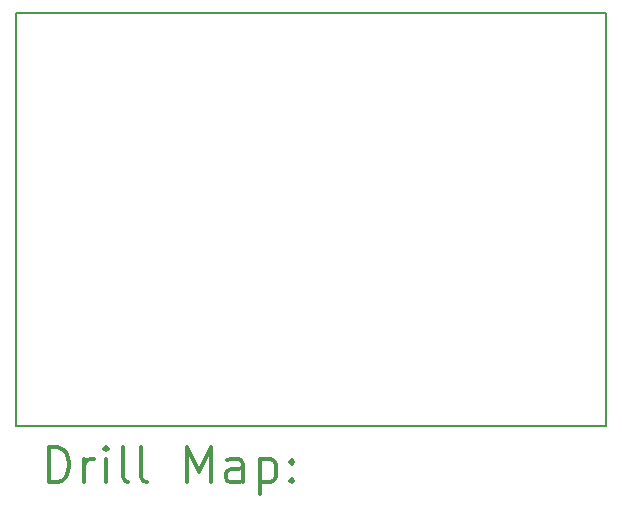
<source format=gbr>
%FSLAX45Y45*%
G04 Gerber Fmt 4.5, Leading zero omitted, Abs format (unit mm)*
G04 Created by KiCad (PCBNEW 5.0.0) date Sun Oct 21 13:37:43 2018*
%MOMM*%
%LPD*%
G01*
G04 APERTURE LIST*
%ADD10C,0.150000*%
%ADD11C,0.200000*%
%ADD12C,0.300000*%
G04 APERTURE END LIST*
D10*
X18313007Y-12266029D02*
X13313007Y-12266029D01*
X18313007Y-8766029D02*
X18313007Y-12266029D01*
X13313007Y-8766029D02*
X18313007Y-8766029D01*
X13313007Y-12266029D02*
X13313007Y-8766029D01*
D11*
D12*
X13591936Y-12739244D02*
X13591936Y-12439244D01*
X13663364Y-12439244D01*
X13706221Y-12453529D01*
X13734793Y-12482101D01*
X13749078Y-12510672D01*
X13763364Y-12567815D01*
X13763364Y-12610672D01*
X13749078Y-12667815D01*
X13734793Y-12696386D01*
X13706221Y-12724958D01*
X13663364Y-12739244D01*
X13591936Y-12739244D01*
X13891936Y-12739244D02*
X13891936Y-12539244D01*
X13891936Y-12596386D02*
X13906221Y-12567815D01*
X13920507Y-12553529D01*
X13949078Y-12539244D01*
X13977650Y-12539244D01*
X14077650Y-12739244D02*
X14077650Y-12539244D01*
X14077650Y-12439244D02*
X14063364Y-12453529D01*
X14077650Y-12467815D01*
X14091936Y-12453529D01*
X14077650Y-12439244D01*
X14077650Y-12467815D01*
X14263364Y-12739244D02*
X14234793Y-12724958D01*
X14220507Y-12696386D01*
X14220507Y-12439244D01*
X14420507Y-12739244D02*
X14391936Y-12724958D01*
X14377650Y-12696386D01*
X14377650Y-12439244D01*
X14763364Y-12739244D02*
X14763364Y-12439244D01*
X14863364Y-12653529D01*
X14963364Y-12439244D01*
X14963364Y-12739244D01*
X15234793Y-12739244D02*
X15234793Y-12582101D01*
X15220507Y-12553529D01*
X15191936Y-12539244D01*
X15134793Y-12539244D01*
X15106221Y-12553529D01*
X15234793Y-12724958D02*
X15206221Y-12739244D01*
X15134793Y-12739244D01*
X15106221Y-12724958D01*
X15091936Y-12696386D01*
X15091936Y-12667815D01*
X15106221Y-12639244D01*
X15134793Y-12624958D01*
X15206221Y-12624958D01*
X15234793Y-12610672D01*
X15377650Y-12539244D02*
X15377650Y-12839244D01*
X15377650Y-12553529D02*
X15406221Y-12539244D01*
X15463364Y-12539244D01*
X15491936Y-12553529D01*
X15506221Y-12567815D01*
X15520507Y-12596386D01*
X15520507Y-12682101D01*
X15506221Y-12710672D01*
X15491936Y-12724958D01*
X15463364Y-12739244D01*
X15406221Y-12739244D01*
X15377650Y-12724958D01*
X15649078Y-12710672D02*
X15663364Y-12724958D01*
X15649078Y-12739244D01*
X15634793Y-12724958D01*
X15649078Y-12710672D01*
X15649078Y-12739244D01*
X15649078Y-12553529D02*
X15663364Y-12567815D01*
X15649078Y-12582101D01*
X15634793Y-12567815D01*
X15649078Y-12553529D01*
X15649078Y-12582101D01*
M02*

</source>
